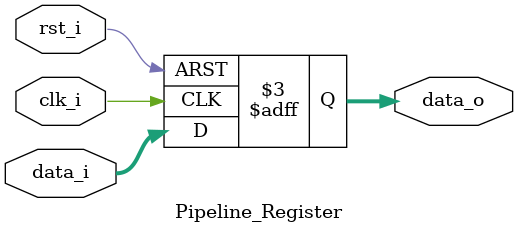
<source format=v>
module Pipeline_Register( clk_i, rst_i, data_i, data_o);

// I/O ports
input clk_i, rst_i;
input [size-1:0] data_i;
output reg [size-1:0] data_o;  
          
parameter size = 0;

// Writing data when postive edge clk_i
always @(negedge rst_i or posedge clk_i) begin
	if (~rst_i)
		data_o <= 0;
	else
		data_o <= data_i;
end

endmodule 
</source>
